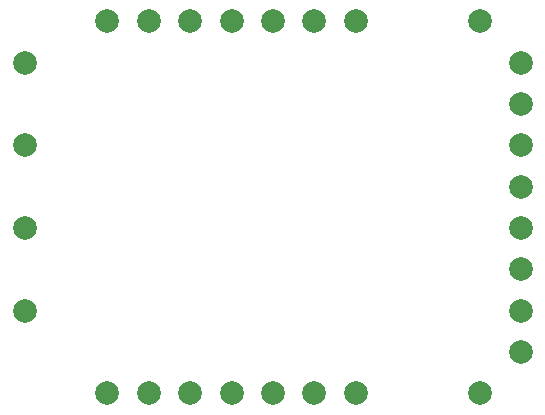
<source format=gbs>
G04 #@! TF.GenerationSoftware,KiCad,Pcbnew,(5.1.9)-1*
G04 #@! TF.CreationDate,2022-08-31T17:37:08+02:00*
G04 #@! TF.ProjectId,Edge_dff,45646765-5f64-4666-962e-6b696361645f,rev?*
G04 #@! TF.SameCoordinates,Original*
G04 #@! TF.FileFunction,Soldermask,Bot*
G04 #@! TF.FilePolarity,Negative*
%FSLAX46Y46*%
G04 Gerber Fmt 4.6, Leading zero omitted, Abs format (unit mm)*
G04 Created by KiCad (PCBNEW (5.1.9)-1) date 2022-08-31 17:37:08*
%MOMM*%
%LPD*%
G01*
G04 APERTURE LIST*
%ADD10C,2.000000*%
G04 APERTURE END LIST*
D10*
G04 #@! TO.C,TP503*
X154000000Y-94500000D03*
G04 #@! TD*
G04 #@! TO.C,TP502*
X154000000Y-91000000D03*
G04 #@! TD*
G04 #@! TO.C,TP501*
X112000000Y-91000000D03*
G04 #@! TD*
G04 #@! TO.C,TP403*
X154000000Y-101500000D03*
G04 #@! TD*
G04 #@! TO.C,TP402*
X154000000Y-98000000D03*
G04 #@! TD*
G04 #@! TO.C,TP401*
X112000000Y-98000000D03*
G04 #@! TD*
G04 #@! TO.C,TP303*
X154000000Y-108500000D03*
G04 #@! TD*
G04 #@! TO.C,TP302*
X154000000Y-105000000D03*
G04 #@! TD*
G04 #@! TO.C,TP301*
X112000000Y-105000000D03*
G04 #@! TD*
G04 #@! TO.C,TP203*
X154000000Y-115500000D03*
G04 #@! TD*
G04 #@! TO.C,TP202*
X154000000Y-112000000D03*
G04 #@! TD*
G04 #@! TO.C,TP201*
X112000000Y-112000000D03*
G04 #@! TD*
G04 #@! TO.C,TP120*
X133000000Y-87500000D03*
G04 #@! TD*
G04 #@! TO.C,TP110*
X133000000Y-119000000D03*
G04 #@! TD*
G04 #@! TO.C,TP118*
X136500000Y-87500000D03*
G04 #@! TD*
G04 #@! TO.C,TP117*
X140000000Y-87500000D03*
G04 #@! TD*
G04 #@! TO.C,TP116*
X126000000Y-87500000D03*
G04 #@! TD*
G04 #@! TO.C,TP115*
X122500000Y-87500000D03*
G04 #@! TD*
G04 #@! TO.C,TP114*
X119000000Y-87500000D03*
G04 #@! TD*
G04 #@! TO.C,TP113*
X129500000Y-87500000D03*
G04 #@! TD*
G04 #@! TO.C,TP112*
X150500000Y-87500000D03*
G04 #@! TD*
G04 #@! TO.C,TP108*
X136500000Y-119000000D03*
G04 #@! TD*
G04 #@! TO.C,TP107*
X140000000Y-119000000D03*
G04 #@! TD*
G04 #@! TO.C,TP106*
X126000000Y-119000000D03*
G04 #@! TD*
G04 #@! TO.C,TP105*
X122500000Y-119000000D03*
G04 #@! TD*
G04 #@! TO.C,TP104*
X119000000Y-119000000D03*
G04 #@! TD*
G04 #@! TO.C,TP103*
X129500000Y-119000000D03*
G04 #@! TD*
G04 #@! TO.C,TP102*
X150500000Y-119000000D03*
G04 #@! TD*
M02*

</source>
